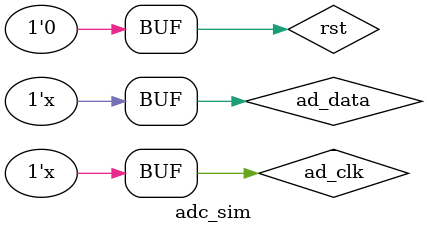
<source format=v>
`timescale 1ns / 1ps



module adc_sim(

    );
    

    reg ad_clk=0;
    reg rst=0;
    reg ad_data=1;

    
    always #2 ad_clk<= ~ad_clk;
    always #8 ad_data<=~ad_data;
    wire ad_cnv_out;
    wire ad_clk_out;
    wire [17:0] data_18;


ADS7056 test_ads(


     .data_in(ad_data),
     .rst(rst),
     .clk_60m(ad_clk),
//  input cnv_status,

      .clk(ad_clk_out),
      .cnv(ad_cnv_out),
      .data(data_18)
);
    
endmodule
</source>
